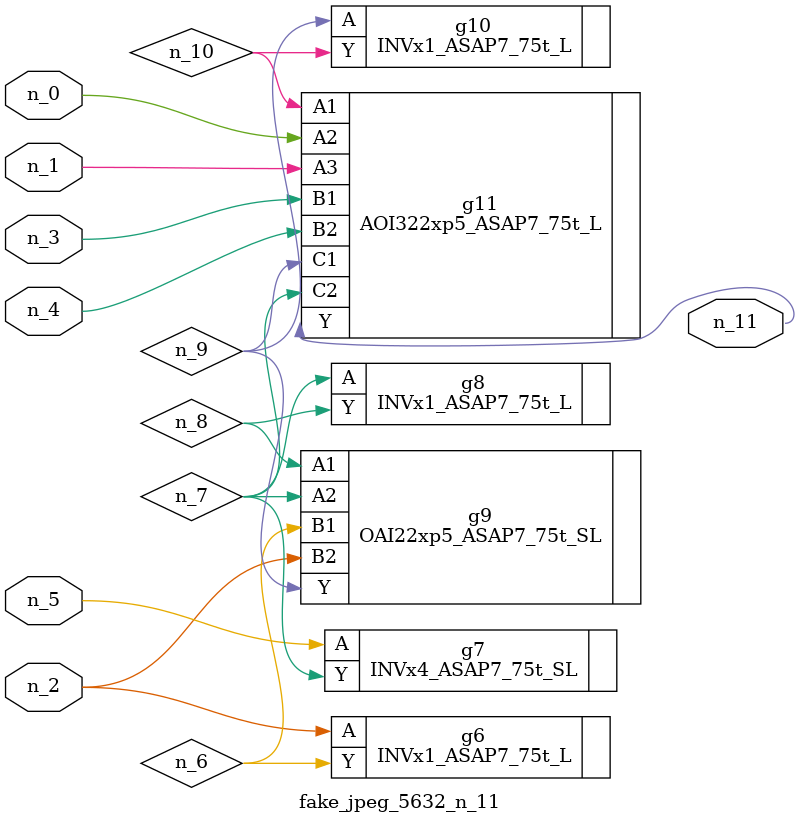
<source format=v>
module fake_jpeg_5632_n_11 (n_3, n_2, n_1, n_0, n_4, n_5, n_11);

input n_3;
input n_2;
input n_1;
input n_0;
input n_4;
input n_5;

output n_11;

wire n_10;
wire n_8;
wire n_9;
wire n_6;
wire n_7;

INVx1_ASAP7_75t_L g6 ( 
.A(n_2),
.Y(n_6)
);

INVx4_ASAP7_75t_SL g7 ( 
.A(n_5),
.Y(n_7)
);

INVx1_ASAP7_75t_L g8 ( 
.A(n_7),
.Y(n_8)
);

OAI22xp5_ASAP7_75t_SL g9 ( 
.A1(n_8),
.A2(n_7),
.B1(n_6),
.B2(n_2),
.Y(n_9)
);

INVx1_ASAP7_75t_L g10 ( 
.A(n_9),
.Y(n_10)
);

AOI322xp5_ASAP7_75t_L g11 ( 
.A1(n_10),
.A2(n_0),
.A3(n_1),
.B1(n_3),
.B2(n_4),
.C1(n_9),
.C2(n_7),
.Y(n_11)
);


endmodule
</source>
